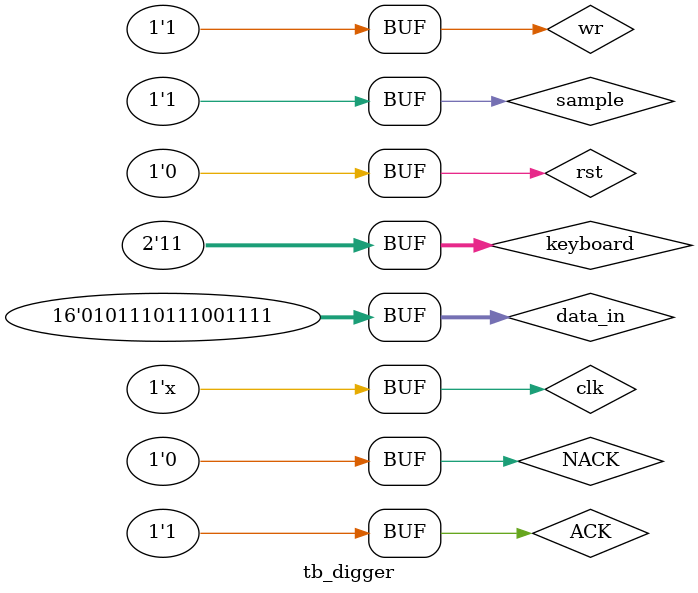
<source format=v>
`timescale 1ns / 1ps


module tb_digger;

	// Inputs
	reg clk;
	reg rst;
	reg [1:0] keyboard;
	reg sample;
	reg ACK;
	reg NACK;
	reg wr;
	reg [15:0] data_in;

	// Outputs
	wire req;
	wire req_type;
	wire [7:0] req_content;
	wire [15:0] status;
	wire [15:0] status_to_bullet;

	// Instantiate the Unit Under Test (UUT)
	digger uut (
		.clk(clk), 
		.rst(rst), 
		.keyboard(keyboard), 
		.sample(sample), 
		.ACK(ACK), 
		.NACK(NACK), 
		.wr(wr), 
		.data_in(data_in), 
		.req(req), 
		.req_type(req_type), 
		.req_content(req_content), 
		.status(status), 
		.status_to_bullet(status_to_bullet)
	);

	initial begin
		// Initialize Inputs
		clk = 0;
		rst = 1;
		keyboard = 0;
		sample = 0;
		ACK = 0;
		NACK = 0;
		wr = 0;
		data_in = 0;

		// Wait 100 ns for global reset to finish
		#10;
		rst=0;
		#20;
		keyboard = 2'b00;
		sample=1;
		#10 sample=0;
		#20
		ACK=1;
		wr=1;
		data_in=16'b0101111000001111;
		#10 sample=1; ACK=0; wr=0;
		#20
		sample=0;
		ACK=1;
		wr=1;
		data_in=16'b0101111000001111;
		#10;
		sample=1; ACK=0;wr=0;
		keyboard=2'b11;
		data_in=0;
		#10 
		ACK=1;
		wr=1;
		data_in=16'b0101110111001111;
		
        
		// Add stimulus here

	end
	
	always begin
			#1 clk = ~clk;
	end
      
endmodule


</source>
